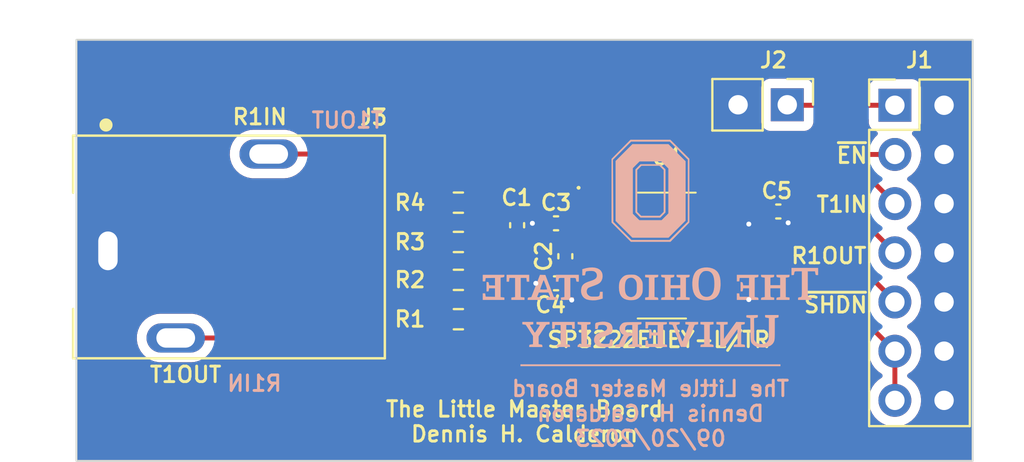
<source format=kicad_pcb>
(kicad_pcb (version 20221018) (generator pcbnew)
  (layers (0 "F.Cu" signal) (31 "B.Cu" signal) (34 "B.Paste" user) (35 "F.Paste" user) (36 "B.SilkS" user "B.Silkscreen") (37 "F.SilkS" user "F.Silkscreen") (38 "B.Mask" user) (39 "F.Mask" user) (44 "Edge.Cuts" user))
  (net 0 "")
  (net 1 "Net-(U1-C1+)")
  (net 2 "Net-(U1-C1-)")
  (net 3 "Net-(U1-C2+)")
  (net 4 "Net-(U1-C2-)")
  (net 5 "Net-(U1-V+)")
  (net 6 "GND")
  (net 7 "Net-(U1-V-)")
  (net 8 "VCC")
  (net 9 "Net-(J1-Pin_1)")
  (net 10 "/R1OUT")
  (net 11 "/T1IN")
  (net 12 "/~{EN}")
  (net 13 "/~{SHDN}")
  (net 14 "Net-(J3-Pin_3)")
  (net 15 "/R1IN")
  (net 16 "/T1OUT")
  (net 21 "Net-(J3-Pin_2)")
  (footprint "Capacitor_SMD:C_0402_1005Metric" (layer "F.Cu") (at 134.4664 67.79 -90)
    (fp_text reference "C1" (at -1.4224 0.0254 -180) (layer "F.SilkS") (effects (font (size 0.8 0.8))))
    (fp_text value "0.1uF")
    (pad "1" smd roundrect (at -0.48 0 270) (size 0.56 0.62) (layers "F.Cu" "F.Paste" "F.Mask") (net 1 "Net-(U1-C1+)"))
    (pad "2" smd roundrect (at 0.48 0 270) (size 0.56 0.62) (layers "F.Cu" "F.Paste" "F.Mask") (net 2 "Net-(U1-C1-)"))
  )
  (footprint "HELIX:SP3222EUEYLTR" (layer "F.Cu") (at 142.1909 69.3564)
    (fp_text reference "U1" (at 0.0491 -5.0944) (layer "F.SilkS") (effects (font (size 0.8 0.8) (thickness 0.15) bold)))
    (fp_text value "SP3222EUEY-L_TR" hide)
    (pad "1" smd rect locked (at -2.97 -2.925 90) (size 0.42 1.78) (layers "F.Cu" "F.Paste" "F.Mask") (net 12 "/~{EN}"))
    (pad "2" smd rect locked (at -2.97 -2.275 90) (size 0.42 1.78) (layers "F.Cu" "F.Paste" "F.Mask") (net 1 "Net-(U1-C1+)"))
    (pad "3" smd rect locked (at -2.97 -1.625 90) (size 0.42 1.78) (layers "F.Cu" "F.Paste" "F.Mask") (net 5 "Net-(U1-V+)"))
    (pad "4" smd rect locked (at -2.97 -0.975 90) (size 0.42 1.78) (layers "F.Cu" "F.Paste" "F.Mask") (net 2 "Net-(U1-C1-)"))
    (pad "5" smd rect locked (at -2.97 -0.325 90) (size 0.42 1.78) (layers "F.Cu" "F.Paste" "F.Mask") (net 3 "Net-(U1-C2+)"))
    (pad "6" smd rect locked (at -2.97 0.325 90) (size 0.42 1.78) (layers "F.Cu" "F.Paste" "F.Mask") (net 4 "Net-(U1-C2-)"))
    (pad "7" smd rect locked (at -2.97 0.975 90) (size 0.42 1.78) (layers "F.Cu" "F.Paste" "F.Mask") (net 7 "Net-(U1-V-)"))
    (pad "8" smd rect locked (at -2.97 1.625 90) (size 0.42 1.78) (layers "F.Cu" "F.Paste" "F.Mask"))
    (pad "9" smd rect locked (at -2.97 2.275 90) (size 0.42 1.78) (layers "F.Cu" "F.Paste" "F.Mask") (net 6 "GND"))
    (pad "10" smd rect locked (at -2.97 2.925 90) (size 0.42 1.78) (layers "F.Cu" "F.Paste" "F.Mask"))
    (pad "11" smd rect locked (at 2.97 2.925 90) (size 0.42 1.78) (layers "F.Cu" "F.Paste" "F.Mask"))
    (pad "12" smd rect locked (at 2.97 2.275 90) (size 0.42 1.78) (layers "F.Cu" "F.Paste" "F.Mask") (net 6 "GND"))
    (pad "13" smd rect locked (at 2.97 1.625 90) (size 0.42 1.78) (layers "F.Cu" "F.Paste" "F.Mask") (net 11 "/T1IN"))
    (pad "14" smd rect locked (at 2.97 0.975 90) (size 0.42 1.78) (layers "F.Cu" "F.Paste" "F.Mask"))
    (pad "15" smd rect locked (at 2.97 0.325 90) (size 0.42 1.78) (layers "F.Cu" "F.Paste" "F.Mask") (net 10 "/R1OUT"))
    (pad "16" smd rect locked (at 2.97 -0.325 90) (size 0.42 1.78) (layers "F.Cu" "F.Paste" "F.Mask") (net 15 "/R1IN"))
    (pad "17" smd rect locked (at 2.97 -0.975 90) (size 0.42 1.78) (layers "F.Cu" "F.Paste" "F.Mask") (net 16 "/T1OUT"))
    (pad "18" smd rect locked (at 2.97 -1.625 90) (size 0.42 1.78) (layers "F.Cu" "F.Paste" "F.Mask") (net 6 "GND"))
    (pad "19" smd rect locked (at 2.97 -2.275 90) (size 0.42 1.78) (layers "F.Cu" "F.Paste" "F.Mask") (net 8 "VCC"))
    (pad "20" smd rect locked (at 2.97 -2.925 90) (size 0.42 1.78) (layers "F.Cu" "F.Paste" "F.Mask") (net 13 "/~{SHDN}"))
  )
  (footprint "Connector_PinHeader_2.54mm:PinHeader_2x07_P2.54mm_Vertical" (layer "F.Cu") (at 153.9748 61.595)
    (fp_text reference "J1" (at 1.27 -2.33) (layer "F.SilkS") (effects (font (size 0.8 0.8))))
    (fp_text value "02x07 Header")
    (pad "1" thru_hole rect locked (at 0 0) (size 1.7 1.7) (drill 1) (layers "*.Cu" "*.Mask") (net 9 "Net-(J1-Pin_1)"))
    (pad "2" thru_hole oval locked (at 0 2.54) (size 1.7 1.7) (drill 1) (layers "*.Cu" "*.Mask") (net 12 "/~{EN}"))
    (pad "3" thru_hole oval locked (at 0 5.08) (size 1.7 1.7) (drill 1) (layers "*.Cu" "*.Mask") (net 11 "/T1IN"))
    (pad "4" thru_hole oval locked (at 0 7.62) (size 1.7 1.7) (drill 1) (layers "*.Cu" "*.Mask") (net 10 "/R1OUT"))
    (pad "5" thru_hole oval locked (at 0 10.16) (size 1.7 1.7) (drill 1) (layers "*.Cu" "*.Mask") (net 13 "/~{SHDN}"))
    (pad "6" thru_hole oval locked (at 0 12.7) (size 1.7 1.7) (drill 1) (layers "*.Cu" "*.Mask") (net 8 "VCC"))
    (pad "7" thru_hole oval locked (at 0 15.24) (size 1.7 1.7) (drill 1) (layers "*.Cu" "*.Mask") (net 8 "VCC"))
    (pad "8" thru_hole oval locked (at 2.54 15.24) (size 1.7 1.7) (drill 1) (layers "*.Cu" "*.Mask") (net 6 "GND"))
    (pad "9" thru_hole oval locked (at 2.54 12.7) (size 1.7 1.7) (drill 1) (layers "*.Cu" "*.Mask") (net 6 "GND"))
    (pad "10" thru_hole oval locked (at 2.54 10.16) (size 1.7 1.7) (drill 1) (layers "*.Cu" "*.Mask") (net 6 "GND"))
    (pad "11" thru_hole oval locked (at 2.54 7.62) (size 1.7 1.7) (drill 1) (layers "*.Cu" "*.Mask") (net 6 "GND"))
    (pad "12" thru_hole oval locked (at 2.54 5.08) (size 1.7 1.7) (drill 1) (layers "*.Cu" "*.Mask") (net 6 "GND"))
    (pad "13" thru_hole oval locked (at 2.54 2.54) (size 1.7 1.7) (drill 1) (layers "*.Cu" "*.Mask") (net 6 "GND"))
    (pad "14" thru_hole oval locked (at 2.54 0) (size 1.7 1.7) (drill 1) (layers "*.Cu" "*.Mask") (net 6 "GND"))
  )
  (footprint "Resistor_SMD:R_0603_1608Metric" (layer "F.Cu") (at 131.4318 72.644 180)
    (fp_text reference "R1" (at 2.5014 0) (layer "F.SilkS") (effects (font (size 0.8 0.8))))
    (fp_text value "0")
    (pad "1" smd roundrect (at -0.825 0 180) (size 0.8 0.95) (layers "F.Cu" "F.Paste" "F.Mask") (net 16 "/T1OUT"))
    (pad "2" smd roundrect (at 0.825 0 180) (size 0.8 0.95) (layers "F.Cu" "F.Paste" "F.Mask") (net 21 "Net-(J3-Pin_2)"))
  )
  (footprint "Capacitor_SMD:C_0402_1005Metric" (layer "F.Cu") (at 136.4756 67.691 180)
    (fp_text reference "C3" (at 0 1.0668) (layer "F.SilkS") (effects (font (size 0.8 0.8))))
    (fp_text value "0.1uF")
    (pad "1" smd roundrect (at -0.48 0 180) (size 0.56 0.62) (layers "F.Cu" "F.Paste" "F.Mask") (net 5 "Net-(U1-V+)"))
    (pad "2" smd roundrect (at 0.48 0 180) (size 0.56 0.62) (layers "F.Cu" "F.Paste" "F.Mask") (net 6 "GND"))
  )
  (footprint "Resistor_SMD:R_0603_1608Metric" (layer "F.Cu") (at 131.4318 68.6562 180)
    (fp_text reference "R3" (at 2.5014 0) (layer "F.SilkS") (effects (font (size 0.8 0.8))))
    (fp_text value "0")
    (pad "1" smd roundrect (at -0.825 0 180) (size 0.8 0.95) (layers "F.Cu" "F.Paste" "F.Mask") (net 16 "/T1OUT"))
    (pad "2" smd roundrect (at 0.825 0 180) (size 0.8 0.95) (layers "F.Cu" "F.Paste" "F.Mask") (net 14 "Net-(J3-Pin_3)"))
  )
  (footprint "Capacitor_SMD:C_0402_1005Metric" (layer "F.Cu") (at 136.9556 69.3928 -90)
    (fp_text reference "C2" (at 0 1.1176 90) (layer "F.SilkS") (effects (font (size 0.8 0.8))))
    (fp_text value "0.1uF")
    (pad "1" smd roundrect (at -0.48 0 270) (size 0.56 0.62) (layers "F.Cu" "F.Paste" "F.Mask") (net 3 "Net-(U1-C2+)"))
    (pad "2" smd roundrect (at 0.48 0 270) (size 0.56 0.62) (layers "F.Cu" "F.Paste" "F.Mask") (net 4 "Net-(U1-C2-)"))
  )
  (footprint "Resistor_SMD:R_0603_1608Metric" (layer "F.Cu") (at 131.4318 66.6242 180)
    (fp_text reference "R4" (at 2.5014 0) (layer "F.SilkS") (effects (font (size 0.8 0.8))))
    (fp_text value "0")
    (pad "1" smd roundrect (at -0.825 0 180) (size 0.8 0.95) (layers "F.Cu" "F.Paste" "F.Mask") (net 15 "/R1IN"))
    (pad "2" smd roundrect (at 0.825 0 180) (size 0.8 0.95) (layers "F.Cu" "F.Paste" "F.Mask") (net 14 "Net-(J3-Pin_3)"))
  )
  (footprint "Capacitor_SMD:C_0402_1005Metric" (layer "F.Cu") (at 136.4756 70.7898)
    (fp_text reference "C4" (at -0.2794 1.1176) (layer "F.SilkS") (effects (font (size 0.8 0.8))))
    (fp_text value "0.1uF")
    (pad "1" smd roundrect (at -0.48 0) (size 0.56 0.62) (layers "F.Cu" "F.Paste" "F.Mask") (net 6 "GND"))
    (pad "2" smd roundrect (at 0.48 0) (size 0.56 0.62) (layers "F.Cu" "F.Paste" "F.Mask") (net 7 "Net-(U1-V-)"))
  )
  (footprint "Resistor_SMD:R_0603_1608Metric" (layer "F.Cu") (at 131.4318 70.612 180)
    (fp_text reference "R2" (at 2.5014 0) (layer "F.SilkS") (effects (font (size 0.8 0.8))))
    (fp_text value "0")
    (pad "1" smd roundrect (at -0.825 0 180) (size 0.8 0.95) (layers "F.Cu" "F.Paste" "F.Mask") (net 15 "/R1IN"))
    (pad "2" smd roundrect (at 0.825 0 180) (size 0.8 0.95) (layers "F.Cu" "F.Paste" "F.Mask") (net 21 "Net-(J3-Pin_2)"))
  )
  (footprint "HELIX:SJ1-3513" (layer "F.Cu") (at 113.3348 69.1134)
    (fp_text reference "J3" (at 13.7206 -6.89365) (layer "F.SilkS") (effects (font (size 0.8 0.8))))
    (fp_text value "2.5mm Audio Jack")
    (pad "1" thru_hole oval locked (at 0 0) (size 1.508 3.016) (drill oval 1 2) (layers "*.Cu" "*.Mask") (net 6 "GND"))
    (pad "2" thru_hole oval locked (at 3.5 4.5) (size 3.016 1.508) (drill oval 2 1) (layers "*.Cu" "*.Mask") (net 21 "Net-(J3-Pin_2)"))
    (pad "3" thru_hole oval locked (at 8.3 -5) (size 3.016 1.508) (drill oval 2 1) (layers "*.Cu" "*.Mask") (net 14 "Net-(J3-Pin_3)"))
  )
  (footprint "Capacitor_SMD:C_0402_1005Metric" (layer "F.Cu") (at 147.955 67.0814)
    (fp_text reference "C5" (at -0.0788 -1.0668) (layer "F.SilkS") (effects (font (size 0.8 0.8))))
    (fp_text value "0.1uF")
    (pad "1" smd roundrect (at -0.48 0) (size 0.56 0.62) (layers "F.Cu" "F.Paste" "F.Mask") (net 8 "VCC"))
    (pad "2" smd roundrect (at 0.48 0) (size 0.56 0.62) (layers "F.Cu" "F.Paste" "F.Mask") (net 6 "GND"))
  )
  (footprint "Connector_PinHeader_2.54mm:PinHeader_1x02_P2.54mm_Vertical" (layer "F.Cu") (at 148.4172 61.5696 -90)
    (fp_text reference "J2" (at -2.3046 0.7162 180) (layer "F.SilkS") (effects (font (size 0.8 0.8))))
    (fp_text value "01x02 Header")
    (pad "1" thru_hole rect locked (at 0 0 270) (size 1.7 1.7) (drill 1) (layers "*.Cu" "*.Mask") (net 9 "Net-(J1-Pin_1)"))
    (pad "2" thru_hole oval locked (at 0 2.54 270) (size 1.7 1.7) (drill 1) (layers "*.Cu" "*.Mask") (net 6 "GND"))
  )
  (footprint "Fun_Logos:Medium OSU" (layer "B.Cu") (at 141.351 69.215 180)
    (fp_text reference "G***" hide)
    (fp_text value "Medium OSU" hide)
  )
  (gr_rect locked (start 111.7092 58.2168) (end 157.988 79.9592) (stroke (width 0.1)) (fill none) (layer "Edge.Cuts"))
  (gr_text "T1OUT" (at 127.627372 62.8396) (layer "B.SilkS") (effects (font (size 0.8 0.8) (thickness 0.15) bold) (justify left bottom mirror)))
  (gr_text "R1IN" (at 122.389276 76.4286) (layer "B.SilkS") (effects (font (size 0.8 0.8) (thickness 0.15) bold) (justify left bottom mirror)))
  (gr_text locked "The Little Master Board\nDennis H. Calderon\n09/20/2023" (at 141.351 79.2734) (layer "B.SilkS") (effects (font (size 0.8 0.8) (thickness 0.15) bold) (justify bottom mirror)))
  (gr_text "R1IN" (at 119.6848 62.6618) (layer "F.SilkS") (effects (font (size 0.8 0.8) (thickness 0.15) bold) (justify left bottom)))
  (gr_text locked "T1IN" (at 149.847143 67.183) (layer "F.SilkS") (effects (font (size 0.8 0.8) (thickness 0.15) bold) (justify left bottom)))
  (gr_text locked "~{EN}" (at 150.876 64.65375) (layer "F.SilkS") (effects (font (size 0.8 0.8) (thickness 0.15) bold) (justify left bottom)))
  (gr_text "The Little Master Board\nDennis H. Calderon" (at 134.8486 79.0448) (layer "F.SilkS") (effects (font (size 0.8 0.8) (thickness 0.15) bold) (justify bottom)))
  (gr_text "SP3222EUEY-L/TR" (at 135.942566 74.168) (layer "F.SilkS") (effects (font (size 0.8 0.8) (thickness 0.15) bold) (justify left bottom)))
  (gr_text locked "R1OUT" (at 148.5392 69.837917) (layer "F.SilkS") (effects (font (size 0.8 0.8) (thickness 0.15) bold) (justify left bottom)))
  (gr_text locked "~{SHDN}" (at 149.199524 72.377917) (layer "F.SilkS") (effects (font (size 0.8 0.8) (thickness 0.15) bold) (justify left bottom)))
  (gr_text "T1OUT" (at 115.4176 75.9714) (layer "F.SilkS") (effects (font (size 0.8 0.8) (thickness 0.15) bold) (justify left bottom)))
  (segment (start 134.695 67.0814) (end 134.4664 67.31) (width 0.254) (layer "F.Cu") (net 1))
  (segment (start 138.4831 67.0814) (end 134.695 67.0814) (width 0.254) (layer "F.Cu") (net 1))
  (segment (start 139.1199 68.2804) (end 139.2209 68.3814) (width 0.254) (layer "F.Cu") (net 2))
  (segment (start 134.4664 68.27) (end 134.4768 68.2804) (width 0.254) (layer "F.Cu") (net 2))
  (segment (start 134.4768 68.2804) (end 138.3821 68.2804) (width 0.254) (layer "F.Cu") (net 2))
  (segment (start 138.4831 69.0314) (end 137.0742 69.0314) (width 0.254) (layer "F.Cu") (net 3))
  (segment (start 137.0742 69.0314) (end 136.9556 68.9128) (width 0.254) (layer "F.Cu") (net 3))
  (segment (start 139.2209 69.6814) (end 137.147 69.6814) (width 0.254) (layer "F.Cu") (net 4))
  (segment (start 137.147 69.6814) (end 136.9556 69.8728) (width 0.254) (layer "F.Cu") (net 4))
  (segment (start 136.9556 67.691) (end 138.4427 67.691) (width 0.254) (layer "F.Cu") (net 5))
  (segment (start 139.1805 67.691) (end 139.2209 67.7314) (width 0.254) (layer "F.Cu") (net 5))
  (segment (start 148.435 67.6376) (end 148.463 67.6656) (width 0.254) (layer "F.Cu") (net 6))
  (segment (start 137.3078 71.6314) (end 137.2858 71.6534) (width 0.254) (layer "F.Cu") (net 6))
  (segment (start 146.431 71.6314) (end 145.1609 71.6314) (width 0.254) (layer "F.Cu") (net 6))
  (segment (start 148.435 67.0814) (end 148.435 67.6376) (width 0.254) (layer "F.Cu") (net 6))
  (segment (start 139.2209 71.6314) (end 138.0456 71.6314) (width 0.254) (layer "F.Cu") (net 6))
  (segment (start 139.2209 71.6314) (end 137.3078 71.6314) (width 0.254) (layer "F.Cu") (net 6))
  (segment (start 135.2538 67.691) (end 135.9956 67.691) (width 0.254) (layer "F.Cu") (net 6))
  (segment (start 146.431 67.7314) (end 145.1609 67.7314) (width 0.254) (layer "F.Cu") (net 6))
  (segment (start 135.9956 70.7898) (end 135.4316 70.7898) (width 0.254) (layer "F.Cu") (net 6))
  (via (at 137.2858 71.6534) (size 0.508) (drill 0.254) (layers "F.Cu" "B.Cu") (net 6))
  (via (at 148.463 67.6656) (size 0.508) (drill 0.254) (layers "F.Cu" "B.Cu") (net 6))
  (via (at 146.431 71.6314) (size 0.508) (drill 0.254) (layers "F.Cu" "B.Cu") (net 6))
  (via (at 135.2538 67.691) (size 0.508) (drill 0.254) (layers "F.Cu" "B.Cu") (net 6))
  (via (at 135.4316 70.7898) (size 0.508) (drill 0.254) (layers "F.Cu" "B.Cu") (net 6))
  (via (at 146.431 67.7314) (size 0.508) (drill 0.254) (layers "F.Cu" "B.Cu") (net 6))
  (segment (start 136.9556 70.7898) (end 137.414 70.3314) (width 0.254) (layer "F.Cu") (net 7))
  (segment (start 137.414 70.3314) (end 139.2209 70.3314) (width 0.254) (layer "F.Cu") (net 7))
  (segment (start 153.9748 74.295) (end 147.475 67.7952) (width 0.254) (layer "F.Cu") (net 8))
  (segment (start 153.9748 74.295) (end 153.9748 76.835) (width 0.254) (layer "F.Cu") (net 8))
  (segment (start 147.475 67.0814) (end 145.1609 67.0814) (width 0.254) (layer "F.Cu") (net 8))
  (segment (start 147.475 67.7952) (end 147.475 67.0814) (width 0.254) (layer "F.Cu") (net 8))
  (segment (start 153.9748 61.595) (end 148.4426 61.595) (width 0.254) (layer "F.Cu") (net 9))
  (segment (start 148.4426 61.595) (end 148.4172 61.5696) (width 0.254) (layer "F.Cu") (net 9))
  (segment (start 143.9002 69.6814) (end 145.1609 69.6814) (width 0.254) (layer "F.Cu") (net 10))
  (segment (start 143.3576 69.1388) (end 143.9002 69.6814) (width 0.254) (layer "F.Cu") (net 10))
  (segment (start 149.86 65.1002) (end 143.8402 65.1002) (width 0.254) (layer "F.Cu") (net 10))
  (segment (start 143.3576 65.5828) (end 143.3576 69.1388) (width 0.254) (layer "F.Cu") (net 10))
  (segment (start 153.9748 69.215) (end 149.86 65.1002) (width 0.254) (layer "F.Cu") (net 10))
  (segment (start 143.8402 65.1002) (end 143.3576 65.5828) (width 0.254) (layer "F.Cu") (net 10))
  (segment (start 151.9936 64.6938) (end 143.383 64.6938) (width 0.254) (layer "F.Cu") (net 11))
  (segment (start 143.383 64.6938) (end 142.748 65.3288) (width 0.254) (layer "F.Cu") (net 11))
  (segment (start 142.748 65.3288) (end 142.748 69.7125) (width 0.254) (layer "F.Cu") (net 11))
  (segment (start 153.9748 66.675) (end 151.9936 64.6938) (width 0.254) (layer "F.Cu") (net 11))
  (segment (start 144.0169 70.9814) (end 145.1609 70.9814) (width 0.254) (layer "F.Cu") (net 11))
  (segment (start 142.748 69.7125) (end 144.0169 70.9814) (width 0.254) (layer "F.Cu") (net 11))
  (segment (start 141.5173 64.135) (end 139.2209 66.4314) (width 0.254) (layer "F.Cu") (net 12))
  (segment (start 153.9748 64.135) (end 141.5173 64.135) (width 0.254) (layer "F.Cu") (net 12))
  (segment (start 145.1609 66.4314) (end 148.688121 66.4314) (width 0.254) (layer "F.Cu") (net 13))
  (segment (start 148.688121 66.4314) (end 153.9748 71.718079) (width 0.254) (layer "F.Cu") (net 13))
  (segment (start 153.9748 71.718079) (end 153.9748 71.755) (width 0.254) (layer "F.Cu") (net 13))
  (segment (start 130.6068 68.6562) (end 130.6068 66.6242) (width 0.254) (layer "F.Cu") (net 14))
  (segment (start 128.096 64.1134) (end 121.6348 64.1134) (width 0.254) (layer "F.Cu") (net 14))
  (segment (start 130.6068 66.6242) (end 128.096 64.1134) (width 0.254) (layer "F.Cu") (net 14))
  (segment (start 146.2211 72.88) (end 147.1676 71.9335) (width 0.254) (layer "F.Cu") (net 15))
  (segment (start 146.3049 69.0314) (end 145.1609 69.0314) (width 0.254) (layer "F.Cu") (net 15))
  (segment (start 147.1676 69.8941) (end 146.3049 69.0314) (width 0.254) (layer "F.Cu") (net 15))
  (segment (start 132.2568 66.6242) (end 131.5774 67.3036) (width 0.254) (layer "F.Cu") (net 15))
  (segment (start 131.5774 69.9326) (end 132.2568 70.612) (width 0.254) (layer "F.Cu") (net 15))
  (segment (start 134.2718 72.88) (end 146.2211 72.88) (width 0.254) (layer "F.Cu") (net 15))
  (segment (start 132.2568 66.6242) (end 133.3426 67.71) (width 0.254) (layer "F.Cu") (net 15))
  (segment (start 133.3426 71.9508) (end 134.2718 72.88) (width 0.254) (layer "F.Cu") (net 15))
  (segment (start 131.5774 67.3036) (end 131.5774 69.9326) (width 0.254) (layer "F.Cu") (net 15))
  (segment (start 147.1676 71.9335) (end 147.1676 69.8941) (width 0.254) (layer "F.Cu") (net 15))
  (segment (start 133.3426 67.71) (end 133.3426 71.9508) (width 0.254) (layer "F.Cu") (net 15))
  (segment (start 146.2578 68.3814) (end 147.5994 69.723) (width 0.254) (layer "F.Cu") (net 16))
  (segment (start 132.2568 68.6562) (end 132.9362 69.3356) (width 0.254) (layer "F.Cu") (net 16))
  (segment (start 132.9934 73.3806) (end 132.2568 72.644) (width 0.254) (layer "F.Cu") (net 16))
  (segment (start 132.9362 71.9646) (end 132.2568 72.644) (width 0.254) (layer "F.Cu") (net 16))
  (segment (start 147.5994 69.723) (end 147.5994 72.076436) (width 0.254) (layer "F.Cu") (net 16))
  (segment (start 146.295236 73.3806) (end 132.9934 73.3806) (width 0.254) (layer "F.Cu") (net 16))
  (segment (start 145.1609 68.3814) (end 146.2578 68.3814) (width 0.254) (layer "F.Cu") (net 16))
  (segment (start 147.5994 72.076436) (end 146.295236 73.3806) (width 0.254) (layer "F.Cu") (net 16))
  (segment (start 132.9362 69.3356) (end 132.9362 71.9646) (width 0.254) (layer "F.Cu") (net 16))
  (segment (start 129.6374 73.6134) (end 130.6068 72.644) (width 0.254) (layer "F.Cu") (net 21))
  (segment (start 130.6068 70.612) (end 130.6068 72.644) (width 0.254) (layer "F.Cu") (net 21))
  (segment (start 116.8348 73.6134) (end 129.6374 73.6134) (width 0.254) (layer "F.Cu") (net 21))
  (zone (net 6) (net_name "GND") (layer "F.Cu") (connect_pads yes (clearance 0.5)) (min_thickness 0.25) (fill yes (thermal_gap 0.5) (thermal_bridge_width 0.5))
    (polygon (pts (xy 111.7092 58.2168) (xy 157.988 58.2168) (xy 157.988 79.9592) (xy 111.7092 79.9592)))
  )
  (zone (net 6) (net_name "GND") (layer "B.Cu") (connect_pads yes (clearance 0.5)) (min_thickness 0.25) (fill yes (thermal_gap 0.5) (thermal_bridge_width 0.5))
    (polygon (pts (xy 111.7092 58.2168) (xy 157.988 58.2168) (xy 157.988 79.9592) (xy 111.7092 79.9592)))
  )
)
</source>
